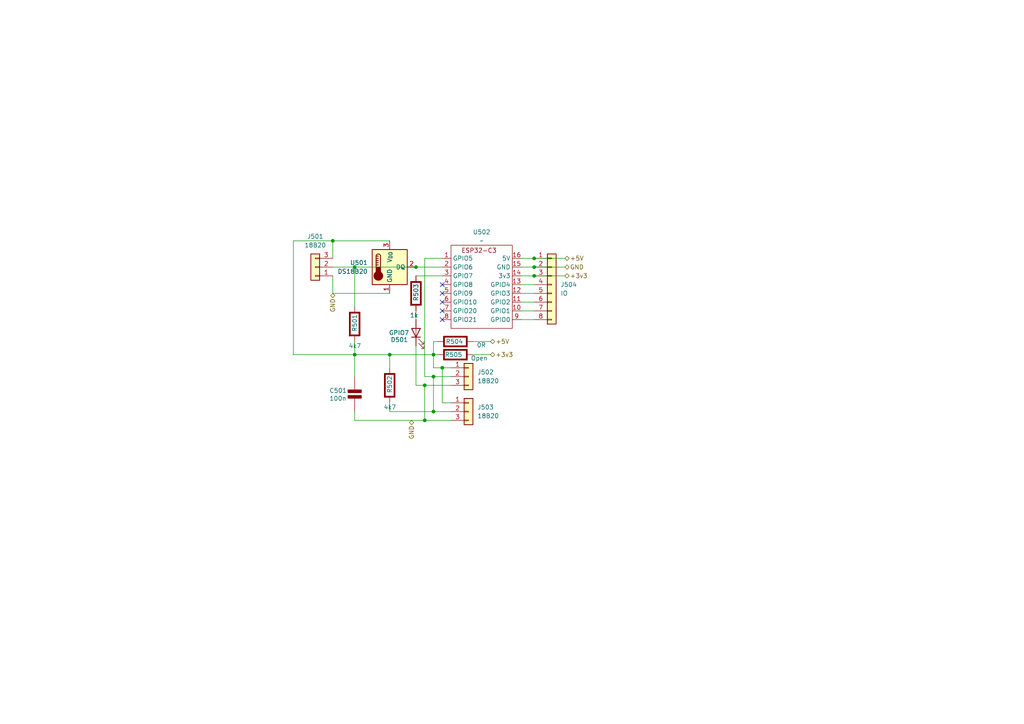
<source format=kicad_sch>
(kicad_sch (version 20231120) (generator "eeschema") (generator_version "8.0")
  (paper "A4")
  (lib_symbols
    (symbol "Connector_Generic:Conn_01x08" (pin_names (offset 1.016) hide)
      (property "Reference" "J" (at 0 10.16 0))
      (property "Value" "Conn_01x08" (at 0 -12.7 0))
      (symbol "Conn_01x08_1_1"
        (rectangle (start -1.27 -10.033) (end 0 -10.287) (stroke (width 0.1524)))
        (rectangle (start -1.27 -7.493) (end 0 -7.747) (stroke (width 0.1524)))
        (rectangle (start -1.27 -4.953) (end 0 -5.207) (stroke (width 0.1524)))
        (rectangle (start -1.27 -2.413) (end 0 -2.667) (stroke (width 0.1524)))
        (rectangle (start -1.27 0.127) (end 0 -0.127) (stroke (width 0.1524)))
        (rectangle (start -1.27 2.667) (end 0 2.413) (stroke (width 0.1524)))
        (rectangle (start -1.27 5.207) (end 0 4.953) (stroke (width 0.1524)))
        (rectangle (start -1.27 7.747) (end 0 7.493) (stroke (width 0.1524)))
        (rectangle (start -1.27 8.89) (end 1.27 -11.43) (stroke (width 0.254)) (fill (type background)))
        (pin passive line (at -5.08 7.62 0) (length 3.81) (name "Pin_1") (number "1"))
        (pin passive line (at -5.08 5.08 0) (length 3.81) (name "Pin_2") (number "2"))
        (pin passive line (at -5.08 2.54 0) (length 3.81) (name "Pin_3") (number "3"))
        (pin passive line (at -5.08 0 0) (length 3.81) (name "Pin_4") (number "4"))
        (pin passive line (at -5.08 -2.54 0) (length 3.81) (name "Pin_5") (number "5"))
        (pin passive line (at -5.08 -5.08 0) (length 3.81) (name "Pin_6") (number "6"))
        (pin passive line (at -5.08 -7.62 0) (length 3.81) (name "Pin_7") (number "7"))
        (pin passive line (at -5.08 -10.16 0) (length 3.81) (name "Pin_8") (number "8"))
      )
    )
    (symbol "Device:LED" (pin_numbers hide) (pin_names (offset 1.016) hide)
      (property "Reference" "D" (at 0 2.54 0))
      (property "Value" "LED" (at 0 -2.54 0))
      (symbol "LED_0_1"
        (polyline (pts (xy -1.27 -1.27) (xy -1.27 1.27)) (stroke (width 0.254)))
        (polyline (pts (xy -1.27 0) (xy 1.27 0)))
        (polyline (pts (xy 1.27 -1.27) (xy 1.27 1.27) (xy -1.27 0) (xy 1.27 -1.27)) (stroke (width 0.254)))
        (polyline (pts (xy -3.048 -0.762) (xy -4.572 -2.286) (xy -3.81 -2.286) (xy -4.572 -2.286) (xy -4.572 -1.524)))
        (polyline (pts (xy -1.778 -0.762) (xy -3.302 -2.286) (xy -2.54 -2.286) (xy -3.302 -2.286) (xy -3.302 -1.524)))
      )
      (symbol "LED_1_1"
        (pin passive line (at -3.81 0 0) (length 2.54) (name "K") (number "1"))
        (pin passive line (at 3.81 0 180) (length 2.54) (name "A") (number "2"))
      )
    )
    (symbol "PCM_4ms_Connector:Conn_01x03" (pin_names (offset 1.016) hide)
      (property "Reference" "J" (at 0 5.08 0))
      (property "Value" "Conn_01x03" (at 0 -5.08 0))
      (symbol "Conn_01x03_1_1"
        (rectangle (start -1.27 -2.413) (end 0 -2.667) (stroke (width 0.1524)))
        (rectangle (start -1.27 0.127) (end 0 -0.127) (stroke (width 0.1524)))
        (rectangle (start -1.27 2.667) (end 0 2.413) (stroke (width 0.1524)))
        (rectangle (start -1.27 3.81) (end 1.27 -3.81) (stroke (width 0.254)) (fill (type background)))
        (pin passive line (at -5.08 2.54 0) (length 3.81) (name "Pin_1") (number "1"))
        (pin passive line (at -5.08 0 0) (length 3.81) (name "Pin_2") (number "2"))
        (pin passive line (at -5.08 -2.54 0) (length 3.81) (name "Pin_3") (number "3"))
      )
    )
    (symbol "PCM_Elektuur:C" (pin_numbers hide) (pin_names (offset 0) hide)
      (property "Reference" "C" (at 0.635 3.175 0))
      (property "Value" "C" (at 0.635 -3.175 0))
      (symbol "C_1_1"
        (rectangle (start -1.905 -0.4318) (end 1.905 -1.1938) (stroke (width 0.254)) (fill (type outline)))
        (rectangle (start -1.905 1.1938) (end 1.905 0.4318) (stroke (width 0.254)) (fill (type outline)))
        (pin passive line (at 0 5.08 270) (length 3.8862) (name "+") (number "1"))
        (pin passive line (at 0 -5.08 90) (length 3.8862) (name "-") (number "2"))
      )
      (symbol "C_1_2"
        (polyline (pts (xy -1.905 -1.4986) (xy 1.905 -1.4986) (xy 1.905 -0.4318) (xy -1.905 -0.4318) (xy -1.905 -1.4986) (xy -1.8034 -1.397) (xy -1.8034 -0.5334) (xy 1.8034 -0.5334) (xy 1.8034 -1.397) (xy -1.8034 -1.397) (xy -1.905 -1.4986)) (stroke (width 0.254)) (fill (type outline)))
        (polyline (pts (xy -1.905 0.4318) (xy 1.905 0.4318) (xy 1.905 1.4986) (xy -1.905 1.4986) (xy -1.905 0.4318) (xy -1.8034 0.5334) (xy -1.8034 1.397) (xy 1.8034 1.397) (xy 1.8034 0.5334) (xy -1.8034 0.5334) (xy -1.905 0.4318)) (stroke (width 0.254)) (fill (type outline)))
        (pin passive line (at 0 5.08 270) (length 3.5814) (name "+") (number "1"))
        (pin passive line (at 0 -5.08 90) (length 3.5814) (name "-") (number "2"))
      )
    )
    (symbol "PCM_Elektuur:R" (pin_numbers hide) (pin_names (offset 0) hide)
      (property "Reference" "R" (at 2.54 3.175 0))
      (property "Value" "R" (at 0 0 90))
      (symbol "R_1_1"
        (polyline (pts (xy -1.524 -3.429) (xy 1.524 -3.429) (xy 1.524 3.429) (xy -1.524 3.429) (xy -1.524 -3.429) (xy -1.27 -3.175) (xy -1.27 3.175) (xy 1.27 3.175) (xy 1.27 -3.175) (xy -1.27 -3.175) (xy -1.524 -3.429)) (stroke (width 0.254)) (fill (type outline)))
        (pin passive line (at 0 5.08 270) (length 1.651) (name "+") (number "1"))
        (pin passive line (at 0 -5.08 90) (length 1.651) (name "-") (number "2"))
      )
      (symbol "R_1_2"
        (polyline (pts (xy -0.508 -3.429) (xy 1.524 -3.429) (xy 1.524 3.429) (xy -0.508 3.429) (xy -0.508 3.175) (xy 1.27 3.175) (xy 1.27 -3.175) (xy -0.508 -3.175) (xy -0.508 -3.429)) (stroke (width 0.254)) (fill (type outline)))
        (pin passive line (at 0 5.08 270) (length 1.651) (name "+") (number "1"))
        (pin passive line (at 0 -5.08 90) (length 1.651) (name "-") (number "2"))
      )
      (symbol "R_1_3"
        (polyline (pts (xy 0 3.4798) (xy 0 3.2004) (xy 0.7112 2.794) (xy -1.1938 1.6764) (xy 0.7112 0.5588) (xy -1.1938 -0.5588) (xy 0.7112 -1.6764) (xy -1.1938 -2.794) (xy 0 -3.4798) (xy 0 -3.2004) (xy -0.7112 -2.794) (xy 1.1938 -1.6764) (xy -0.7112 -0.5588) (xy 1.1938 0.5588) (xy -0.7112 1.6764) (xy 1.1938 2.794) (xy 0 3.4798)) (stroke (width 0.254)) (fill (type outline)))
        (pin passive line (at 0 5.08 270) (length 1.6002) (name "+") (number "1"))
        (pin passive line (at 0 -5.08 90) (length 1.6002) (name "-") (number "2"))
      )
      (symbol "R_1_4"
        (polyline (pts (xy 0 4.5466) (xy 0 4.2672) (xy 0.0508 4.2418) (xy 1.016 3.683) (xy -1.524 2.2098) (xy 1.016 0.7366) (xy -1.524 -0.7366) (xy 1.016 -2.2098) (xy -1.524 -3.683) (xy -0.0762 -4.5212) (xy 0 -4.5466) (xy 0 -4.2672) (xy -0.0508 -4.2418) (xy -1.016 -3.683) (xy 1.524 -2.2098) (xy -1.016 -0.7366) (xy 1.524 0.7366) (xy -1.016 2.2098) (xy 1.524 3.683) (xy 0.0762 4.5212) (xy 0 4.5466)) (stroke (width 0.254)) (fill (type outline)))
        (pin passive line (at 0 5.08 270) (length 0.5334) (name "+") (number "1"))
        (pin passive line (at 0 -5.08 90) (length 0.5334) (name "-") (number "2"))
      )
    )
    (symbol "Sensor_Temperature:DS18B20"
      (property "Reference" "U" (at -3.81 6.35 0))
      (property "Value" "DS18B20" (at 6.35 6.35 0))
      (symbol "DS18B20_0_1"
        (rectangle (start -5.08 5.08) (end 5.08 -5.08) (stroke (width 0.254)) (fill (type background)))
        (circle (center -3.302 -2.54) (radius 1.27) (stroke (width 0.254)) (fill (type outline)))
        (rectangle (start -2.667 -1.905) (end -3.937 0) (stroke (width 0.254)) (fill (type outline)))
        (arc (start -2.667 3.175) (mid -3.302 3.8073) (end -3.937 3.175) (stroke (width 0.254)))
        (polyline (pts (xy -3.937 0.635) (xy -3.302 0.635)) (stroke (width 0.254)))
        (polyline (pts (xy -3.937 1.27) (xy -3.302 1.27)) (stroke (width 0.254)))
        (polyline (pts (xy -3.937 1.905) (xy -3.302 1.905)) (stroke (width 0.254)))
        (polyline (pts (xy -3.937 2.54) (xy -3.302 2.54)) (stroke (width 0.254)))
        (polyline (pts (xy -3.937 3.175) (xy -3.937 0)) (stroke (width 0.254)))
        (polyline (pts (xy -3.937 3.175) (xy -3.302 3.175)) (stroke (width 0.254)))
        (polyline (pts (xy -2.667 3.175) (xy -2.667 0)) (stroke (width 0.254)))
      )
      (symbol "DS18B20_1_1"
        (pin power_in line (at 0 -7.62 90) (length 2.54) (name "GND") (number "1"))
        (pin bidirectional line (at 7.62 0 180) (length 2.54) (name "DQ") (number "2"))
        (pin power_in line (at 0 7.62 270) (length 2.54) (name "V_{DD}") (number "3"))
      )
    )
    (symbol "wemos_mini:ESP32-C3_SuperMini"
      (property "Reference" "U" (at 0 2.286 0))
      (symbol "ESP32-C3_SuperMini_0_1"
        (rectangle (start -8.89 1.27) (end 8.89 -22.86))
      )
      (symbol "ESP32-C3_SuperMini_1_1"
        (text "ESP32-C3" (at -0.762 -0.254 0) (effects (font (size 1.27 1.27))))
        (pin bidirectional line (at -11.43 -2.54 0) (length 2.54) (name "GPIO5") (number "1"))
        (pin bidirectional line (at 11.43 -17.78 180) (length 2.54) (name "GPIO1") (number "10"))
        (pin bidirectional line (at 11.43 -15.24 180) (length 2.54) (name "GPIO2") (number "11"))
        (pin bidirectional line (at 11.43 -12.7 180) (length 2.54) (name "GPIO3") (number "12"))
        (pin power_out line (at 11.43 -10.16 180) (length 2.54) (name "GPIO4") (number "13"))
        (pin power_out line (at 11.43 -7.62 180) (length 2.54) (name "3v3") (number "14"))
        (pin power_in line (at 11.43 -5.08 180) (length 2.54) (name "GND") (number "15"))
        (pin power_in line (at 11.43 -2.54 180) (length 2.54) (name "5V") (number "16"))
        (pin bidirectional line (at -11.43 -5.08 0) (length 2.54) (name "GPIO6") (number "2"))
        (pin bidirectional line (at -11.43 -7.62 0) (length 2.54) (name "GPIO7") (number "3"))
        (pin bidirectional line (at -11.43 -10.16 0) (length 2.54) (name "GPIO8") (number "4"))
        (pin bidirectional line (at -11.43 -12.7 0) (length 2.54) (name "GPIO9") (number "5"))
        (pin bidirectional line (at -11.43 -15.24 0) (length 2.54) (name "GPIO10") (number "6"))
        (pin bidirectional line (at -11.43 -17.78 0) (length 2.54) (name "GPIO20") (number "7"))
        (pin bidirectional line (at -11.43 -20.32 0) (length 2.54) (name "GPIO21") (number "8"))
        (pin bidirectional line (at 11.43 -20.32 180) (length 2.54) (name "GPIO0") (number "9"))
      )
    )
  )
  (junction (at 128.27 106.68))
  (junction (at 123.19 111.76))
  (junction (at 113.03 102.87))
  (junction (at 154.94 74.93))
  (junction (at 96.52 69.85))
  (junction (at 125.73 119.38))
  (junction (at 125.73 102.87))
  (junction (at 123.19 121.92))
  (junction (at 154.94 77.47))
  (junction (at 154.94 80.01))
  (junction (at 125.73 109.22))
  (junction (at 102.87 102.87))
  (junction (at 120.65 77.47))
  (junction (at 102.87 77.47))
  (no_connect (at 128.27 90.17))
  (no_connect (at 128.27 87.63))
  (no_connect (at 128.27 82.55))
  (no_connect (at 128.27 92.71))
  (no_connect (at 128.27 85.09))
  (wire (pts (xy 125.73 102.87) (xy 125.73 106.68)))
  (wire (pts (xy 102.87 77.47) (xy 120.65 77.47)))
  (wire (pts (xy 125.73 106.68) (xy 128.27 106.68)))
  (wire (pts (xy 102.87 99.06) (xy 102.87 102.87)))
  (wire (pts (xy 120.65 77.47) (xy 128.27 77.47)))
  (wire (pts (xy 96.52 74.93) (xy 96.52 69.85)))
  (wire (pts (xy 113.03 102.87) (xy 125.73 102.87)))
  (wire (pts (xy 151.13 90.17) (xy 154.94 90.17)))
  (wire (pts (xy 113.03 116.84) (xy 113.03 119.38)))
  (wire (pts (xy 123.19 111.76) (xy 130.81 111.76)))
  (wire (pts (xy 154.94 74.93) (xy 163.83 74.93)))
  (wire (pts (xy 123.19 109.22) (xy 123.19 74.93)))
  (wire (pts (xy 96.52 85.09) (xy 113.03 85.09)))
  (wire (pts (xy 125.73 119.38) (xy 130.81 119.38)))
  (wire (pts (xy 113.03 119.38) (xy 125.73 119.38)))
  (wire (pts (xy 120.65 111.76) (xy 123.19 111.76)))
  (wire (pts (xy 120.65 80.01) (xy 128.27 80.01)))
  (wire (pts (xy 151.13 92.71) (xy 154.94 92.71)))
  (wire (pts (xy 130.81 116.84) (xy 128.27 116.84)))
  (wire (pts (xy 102.87 109.22) (xy 102.87 102.87)))
  (wire (pts (xy 125.73 119.38) (xy 125.73 109.22)))
  (wire (pts (xy 128.27 106.68) (xy 130.81 106.68)))
  (wire (pts (xy 120.65 90.17) (xy 120.65 92.71)))
  (wire (pts (xy 123.19 74.93) (xy 128.27 74.93)))
  (wire (pts (xy 123.19 121.92) (xy 130.81 121.92)))
  (wire (pts (xy 151.13 74.93) (xy 154.94 74.93)))
  (wire (pts (xy 85.09 69.85) (xy 85.09 102.87)))
  (wire (pts (xy 85.09 102.87) (xy 102.87 102.87)))
  (wire (pts (xy 151.13 77.47) (xy 154.94 77.47)))
  (wire (pts (xy 96.52 80.01) (xy 96.52 85.09)))
  (wire (pts (xy 127 99.06) (xy 125.73 99.06)))
  (wire (pts (xy 137.16 102.87) (xy 142.24 102.87)))
  (wire (pts (xy 102.87 102.87) (xy 113.03 102.87)))
  (wire (pts (xy 102.87 119.38) (xy 102.87 121.92)))
  (wire (pts (xy 102.87 77.47) (xy 102.87 88.9)))
  (wire (pts (xy 128.27 106.68) (xy 128.27 116.84)))
  (wire (pts (xy 142.24 99.06) (xy 137.16 99.06)))
  (wire (pts (xy 154.94 80.01) (xy 163.83 80.01)))
  (wire (pts (xy 125.73 102.87) (xy 127 102.87)))
  (wire (pts (xy 125.73 109.22) (xy 130.81 109.22)))
  (wire (pts (xy 154.94 77.47) (xy 163.83 77.47)))
  (wire (pts (xy 113.03 102.87) (xy 113.03 106.68)))
  (wire (pts (xy 96.52 69.85) (xy 85.09 69.85)))
  (wire (pts (xy 151.13 80.01) (xy 154.94 80.01)))
  (wire (pts (xy 102.87 121.92) (xy 123.19 121.92)))
  (wire (pts (xy 123.19 109.22) (xy 125.73 109.22)))
  (wire (pts (xy 96.52 69.85) (xy 113.03 69.85)))
  (wire (pts (xy 120.65 100.33) (xy 120.65 111.76)))
  (wire (pts (xy 123.19 111.76) (xy 123.19 121.92)))
  (wire (pts (xy 151.13 87.63) (xy 154.94 87.63)))
  (wire (pts (xy 96.52 77.47) (xy 102.87 77.47)))
  (wire (pts (xy 151.13 82.55) (xy 154.94 82.55)))
  (wire (pts (xy 151.13 85.09) (xy 154.94 85.09)))
  (wire (pts (xy 125.73 99.06) (xy 125.73 102.87)))
  (hierarchical_label "+5V" (shape bidirectional) (at 142.24 99.06 0))
  (hierarchical_label "GND" (shape bidirectional) (at 163.83 77.47 0))
  (hierarchical_label "GND" (shape bidirectional) (at 96.52 85.09 270))
  (hierarchical_label "+3v3" (shape bidirectional) (at 142.24 102.87 0))
  (hierarchical_label "+5V" (shape bidirectional) (at 163.83 74.93 0))
  (hierarchical_label "GND" (shape bidirectional) (at 119.38 121.92 270))
  (hierarchical_label "+3v3" (shape bidirectional) (at 163.83 80.01 0))
  (symbol (lib_id "PCM_Elektuur:R") (at 132.08 102.87 90) (unit 1)
    (property "Reference" "R505" (at 134.112 102.87 90) (effects (justify left)))
    (property "Value" "Open" (at 141.478 103.886 90) (effects (justify left)))
    (property "Footprint" "Resistor_SMD:R_0805_2012Metric" (effects (hide yes)))
    (property "Description" "resistor" (effects (hide yes)))
    (property "Indicator" "+" (effects (hide yes)))
    (property "Rating" "W" (effects (hide yes)))
  )
  (symbol (lib_id "PCM_Elektuur:R") (at 113.03 111.76 0) (unit 1)
    (property "Reference" "R502" (at 113.03 114.046 90) (effects (justify left)))
    (property "Value" "4k7" (at 111.252 118.11 0) (effects (justify left)))
    (property "Footprint" "Resistor_SMD:R_0805_2012Metric" (effects (hide yes)))
    (property "Description" "resistor" (effects (hide yes)))
    (property "Indicator" "+" (effects (hide yes)))
    (property "Rating" "W" (effects (hide yes)))
  )
  (symbol (lib_id "Device:LED") (at 120.65 96.52 90) (unit 1)
    (property "Reference" "D501" (at 113.284 98.552 90) (effects (justify right)))
    (property "Value" "GPIO7" (at 112.776 96.52 90) (effects (justify right)))
    (property "Footprint" "LED_THT:LED_D3.0mm" (effects (hide yes)))
    (property "Description" "Light emitting diode" (effects (hide yes)))
  )
  (symbol (lib_id "PCM_4ms_Connector:Conn_01x03") (at 135.89 109.22 0) (unit 1)
    (property "Reference" "J502" (at 138.43 107.9499 0) (effects (justify left)))
    (property "Value" "18B20" (at 138.43 110.4899 0) (effects (justify left)))
    (property "Footprint" "PCM_4ms_Connector:Pins_1x03_2.54mm_TH" (effects (hide yes)))
    (property "Description" "HEADER 1x3 MALE PINS 0.100” 180deg" (effects (hide yes)))
    (property "Specifications" "HEADER 1x3 MALE PINS 0.100” 180deg" (effects (hide yes)))
    (property "Manufacturer" "TAD" (effects (hide yes)))
    (property "Part Number" "1-0301FBV0T" (effects (hide yes)))
  )
  (symbol (lib_id "PCM_4ms_Connector:Conn_01x03") (at 91.44 77.47 180) (unit 1)
    (property "Reference" "J501" (at 91.44 68.58 0))
    (property "Value" "18B20" (at 91.44 71.12 0))
    (property "Footprint" "PCM_4ms_Connector:Pins_1x03_2.54mm_TH" (effects (hide yes)))
    (property "Description" "HEADER 1x3 MALE PINS 0.100” 180deg" (effects (hide yes)))
    (property "Specifications" "HEADER 1x3 MALE PINS 0.100” 180deg" (effects (hide yes)))
    (property "Manufacturer" "TAD" (effects (hide yes)))
    (property "Part Number" "1-0301FBV0T" (effects (hide yes)))
  )
  (symbol (lib_id "PCM_4ms_Connector:Conn_01x03") (at 135.89 119.38 0) (unit 1)
    (property "Reference" "J503" (at 138.43 118.1099 0) (effects (justify left)))
    (property "Value" "18B20" (at 138.43 120.6499 0) (effects (justify left)))
    (property "Footprint" "PCM_4ms_Connector:Pins_1x03_2.54mm_TH" (effects (hide yes)))
    (property "Description" "HEADER 1x3 MALE PINS 0.100” 180deg" (effects (hide yes)))
    (property "Specifications" "HEADER 1x3 MALE PINS 0.100” 180deg" (effects (hide yes)))
    (property "Manufacturer" "TAD" (effects (hide yes)))
    (property "Part Number" "1-0301FBV0T" (effects (hide yes)))
  )
  (symbol (lib_id "wemos_mini:ESP32-C3_SuperMini") (at 139.7 72.39 0) (unit 1)
    (property "Reference" "U502" (at 139.7 67.31 0))
    (property "Value" "~" (at 139.7 69.85 0))
    (property "Footprint" "AJ_2024_Library:ESP32-C3-Supermini" (effects (hide yes)))
  )
  (symbol (lib_id "PCM_Elektuur:C") (at 102.87 114.3 0) (unit 1)
    (property "Reference" "C501" (at 95.504 113.284 0) (effects (justify left)))
    (property "Value" "100n" (at 95.504 115.57 0) (effects (justify left)))
    (property "Footprint" "Capacitor_SMD:C_0805_2012Metric" (effects (hide yes)))
    (property "Description" "capacitor, non-polarized/bipolar" (effects (hide yes)))
    (property "Indicator" "+" (effects (hide yes)))
    (property "Rating" "V" (effects (hide yes)))
  )
  (symbol (lib_id "Sensor_Temperature:DS18B20") (at 113.03 77.47 0) (unit 1)
    (property "Reference" "U501" (at 106.68 76.1999 0) (effects (justify right)))
    (property "Value" "DS18B20" (at 106.68 78.7399 0) (effects (justify right)))
    (property "Footprint" "Package_TO_SOT_THT:TO-92_Inline" (effects (hide yes)))
    (property "Datasheet" "http://datasheets.maximintegrated.com/en/ds/DS18B20.pdf" (effects (hide yes)))
    (property "Description" "Programmable Resolution 1-Wire Digital Thermometer TO-92" (effects (hide yes)))
  )
  (symbol (lib_id "PCM_Elektuur:R") (at 102.87 93.98 0) (unit 1)
    (property "Reference" "R501" (at 102.87 96.266 90) (effects (justify left)))
    (property "Value" "4k7" (at 101.092 100.33 0) (effects (justify left)))
    (property "Footprint" "Resistor_SMD:R_0805_2012Metric" (effects (hide yes)))
    (property "Description" "resistor" (effects (hide yes)))
    (property "Indicator" "+" (effects (hide yes)))
    (property "Rating" "W" (effects (hide yes)))
  )
  (symbol (lib_id "PCM_Elektuur:R") (at 132.08 99.06 90) (unit 1)
    (property "Reference" "R504" (at 134.366 99.06 90) (effects (justify left)))
    (property "Value" "0R" (at 140.97 100.076 90) (effects (justify left)))
    (property "Footprint" "Resistor_SMD:R_0805_2012Metric" (effects (hide yes)))
    (property "Description" "resistor" (effects (hide yes)))
    (property "Indicator" "+" (effects (hide yes)))
    (property "Rating" "W" (effects (hide yes)))
  )
  (symbol (lib_id "Connector_Generic:Conn_01x08") (at 160.02 82.55 0) (unit 1)
    (property "Reference" "J504" (at 162.56 82.5499 0) (effects (justify left)))
    (property "Value" "IO" (at 162.56 85.0899 0) (effects (justify left)))
    (property "Footprint" "PCM_4ms_Connector:Pins_1x08_2.54mm_TH" (effects (hide yes)))
    (property "Description" "Generic connector, single row, 01x08, script generated (kicad-library-utils/schlib/autogen/connector/)" (effects (hide yes)))
  )
  (symbol (lib_id "PCM_Elektuur:R") (at 120.65 85.09 0) (unit 1)
    (property "Reference" "R503" (at 120.65 87.376 90) (effects (justify left)))
    (property "Value" "1k" (at 118.872 91.44 0) (effects (justify left)))
    (property "Footprint" "Resistor_SMD:R_0805_2012Metric" (effects (hide yes)))
    (property "Description" "resistor" (effects (hide yes)))
    (property "Indicator" "+" (effects (hide yes)))
    (property "Rating" "W" (effects (hide yes)))
  )
)
</source>
